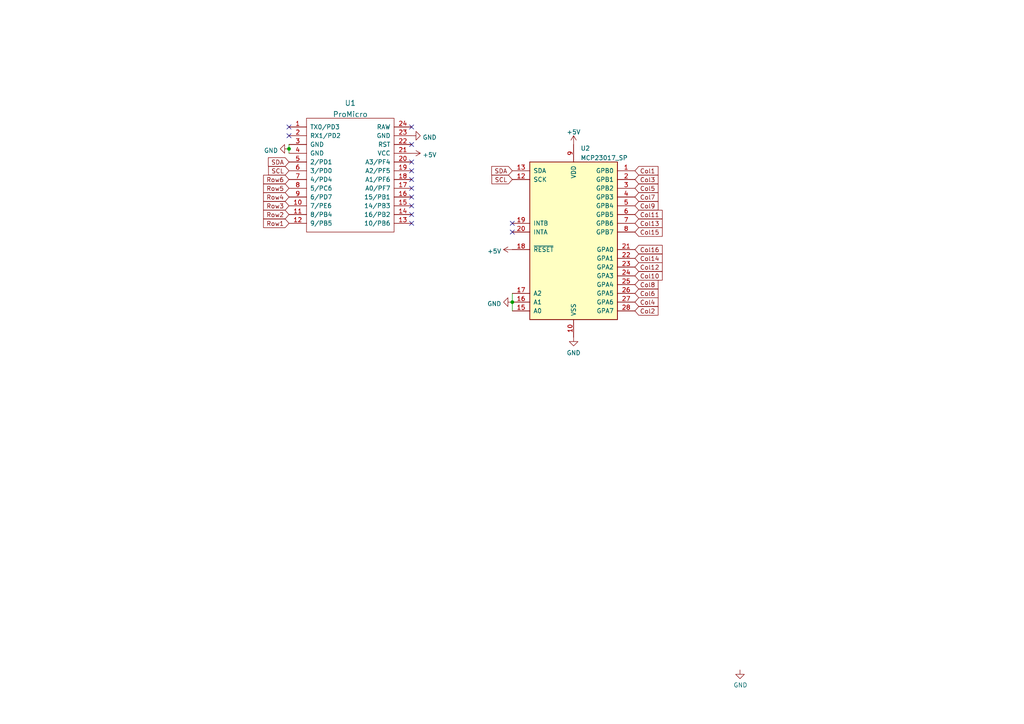
<source format=kicad_sch>
(kicad_sch (version 20211123) (generator eeschema)
  (paper "A4")
  (junction (at -189.23 104.14))
  (junction (at -189.23 134.62))
  (junction (at -128.27 127))
  (junction (at -179.07 81.28))
  (junction (at -87.63 74.93))
  (junction (at -77.47 111.76))
  (junction (at -201.93 119.38))
  (junction (at -87.63 134.62))
  (junction (at -26.67 96.52))
  (junction (at -102.87 81.28))
  (junction (at 148.59 87.63))
  (junction (at -26.67 111.76))
  (junction (at -151.13 104.14))
  (junction (at -204.47 111.76))
  (junction (at -36.83 134.62))
  (junction (at -201.93 149.86))
  (junction (at -189.23 88.9))
  (junction (at -102.87 127))
  (junction (at -90.17 81.28))
  (junction (at -100.33 88.9))
  (junction (at -138.43 119.38))
  (junction (at -52.07 127))
  (junction (at -128.27 111.76))
  (junction (at -26.67 127))
  (junction (at -74.93 119.38))
  (junction (at -189.23 149.86))
  (junction (at -87.63 88.9))
  (junction (at -138.43 134.62))
  (junction (at -163.83 74.93))
  (junction (at -74.93 104.14))
  (junction (at -87.63 104.14))
  (junction (at -39.37 81.28))
  (junction (at -113.03 88.9))
  (junction (at -90.17 127))
  (junction (at -77.47 96.52))
  (junction (at -113.03 149.86))
  (junction (at -163.83 104.14))
  (junction (at -62.23 104.14))
  (junction (at -189.23 119.38))
  (junction (at -163.83 149.86))
  (junction (at -49.53 104.14))
  (junction (at -87.63 149.86))
  (junction (at -166.37 81.28))
  (junction (at -125.73 134.62))
  (junction (at -153.67 111.76))
  (junction (at -179.07 96.52))
  (junction (at -113.03 119.38))
  (junction (at -36.83 104.14))
  (junction (at -163.83 88.9))
  (junction (at -87.63 119.38))
  (junction (at -151.13 119.38))
  (junction (at -13.97 127))
  (junction (at -90.17 111.76))
  (junction (at -74.93 88.9))
  (junction (at -49.53 134.62))
  (junction (at -153.67 81.28))
  (junction (at -39.37 96.52))
  (junction (at -74.93 74.93))
  (junction (at -128.27 81.28))
  (junction (at -201.93 104.14))
  (junction (at -113.03 104.14))
  (junction (at -201.93 134.62))
  (junction (at -125.73 119.38))
  (junction (at -36.83 88.9))
  (junction (at -49.53 119.38))
  (junction (at -151.13 74.93))
  (junction (at -13.97 96.52))
  (junction (at -39.37 111.76))
  (junction (at -176.53 104.14))
  (junction (at -100.33 104.14))
  (junction (at -49.53 88.9))
  (junction (at -191.77 81.28))
  (junction (at -191.77 96.52))
  (junction (at -64.77 81.28))
  (junction (at -36.83 74.93))
  (junction (at -201.93 88.9))
  (junction (at -179.07 111.76))
  (junction (at -77.47 127))
  (junction (at -62.23 88.9))
  (junction (at 83.82 43.18))
  (junction (at -151.13 88.9))
  (junction (at -138.43 88.9))
  (junction (at -64.77 111.76))
  (junction (at -189.23 74.93))
  (junction (at -201.93 74.93))
  (junction (at -100.33 149.86))
  (junction (at -176.53 149.86))
  (junction (at -166.37 111.76))
  (junction (at -62.23 149.86))
  (junction (at -115.57 81.28))
  (junction (at -113.03 74.93))
  (junction (at -115.57 127))
  (junction (at -140.97 81.28))
  (junction (at -191.77 127))
  (junction (at -125.73 74.93))
  (junction (at -153.67 96.52))
  (junction (at -176.53 134.62))
  (junction (at -49.53 74.93))
  (junction (at -153.67 127))
  (junction (at -204.47 96.52))
  (junction (at -102.87 96.52))
  (junction (at -52.07 111.76))
  (junction (at -176.53 119.38))
  (junction (at -90.17 96.52))
  (junction (at -62.23 119.38))
  (junction (at -140.97 96.52))
  (junction (at -125.73 149.86))
  (junction (at -166.37 96.52))
  (junction (at -113.03 134.62))
  (junction (at -138.43 104.14))
  (junction (at -100.33 134.62))
  (junction (at -115.57 111.76))
  (junction (at -52.07 96.52))
  (junction (at -138.43 74.93))
  (junction (at -128.27 96.52))
  (junction (at -52.07 81.28))
  (junction (at -191.77 111.76))
  (junction (at -13.97 111.76))
  (junction (at -64.77 127))
  (junction (at -163.83 119.38))
  (junction (at -100.33 74.93))
  (junction (at -13.97 81.28))
  (junction (at -36.83 149.86))
  (junction (at -125.73 104.14))
  (junction (at -74.93 149.86))
  (junction (at -204.47 127))
  (junction (at -64.77 96.52))
  (junction (at -176.53 74.93))
  (junction (at -62.23 74.93))
  (junction (at -62.23 134.62))
  (junction (at -140.97 127))
  (junction (at -125.73 88.9))
  (junction (at -115.57 96.52))
  (junction (at -77.47 81.28))
  (junction (at -179.07 127))
  (junction (at -151.13 149.86))
  (junction (at -100.33 119.38))
  (junction (at -36.83 119.38))
  (junction (at -204.47 81.28))
  (junction (at -102.87 111.76))
  (junction (at -49.53 149.86))
  (junction (at -138.43 149.86))
  (junction (at -140.97 111.76))
  (junction (at -39.37 127))
  (junction (at -74.93 134.62))
  (junction (at -26.67 81.28))
  (junction (at -163.83 134.62))
  (junction (at -151.13 134.62))
  (junction (at -176.53 88.9))
  (junction (at -166.37 127))
  (no_connect (at 119.38 64.77))
  (no_connect (at 119.38 62.23))
  (no_connect (at 119.38 59.69))
  (no_connect (at 119.38 57.15))
  (no_connect (at 119.38 41.91))
  (no_connect (at 119.38 54.61))
  (no_connect (at 119.38 52.07))
  (no_connect (at 119.38 49.53))
  (no_connect (at 119.38 46.99))
  (no_connect (at 119.38 36.83))
  (no_connect (at 83.82 39.37))
  (no_connect (at 83.82 36.83))
  (no_connect (at 148.59 67.31))
  (no_connect (at 148.59 64.77))
  (wire (pts (xy -36.83 104.14) (xy -24.13 104.14)))
  (wire (pts (xy -64.77 81.28) (xy -64.77 96.52)))
  (wire (pts (xy -115.57 67.31) (xy -115.57 81.28)))
  (wire (pts (xy -62.23 134.62) (xy -49.53 134.62)))
  (wire (pts (xy -201.93 134.62) (xy -189.23 134.62)))
  (wire (pts (xy -39.37 127) (xy -39.37 142.24)))
  (wire (pts (xy -100.33 104.14) (xy -87.63 104.14)))
  (wire (pts (xy -140.97 81.28) (xy -140.97 96.52)))
  (wire (pts (xy -13.97 111.76) (xy -13.97 127)))
  (wire (pts (xy 148.59 87.63) (xy 148.59 90.17)))
  (wire (pts (xy -77.47 81.28) (xy -77.47 96.52)))
  (wire (pts (xy -102.87 67.31) (xy -102.87 81.28)))
  (wire (pts (xy -191.77 67.31) (xy -191.77 81.28)))
  (wire (pts (xy -189.23 149.86) (xy -176.53 149.86)))
  (wire (pts (xy -138.43 149.86) (xy -125.73 149.86)))
  (wire (pts (xy -125.73 104.14) (xy -113.03 104.14)))
  (wire (pts (xy -64.77 111.76) (xy -64.77 127)))
  (wire (pts (xy -128.27 127) (xy -128.27 142.24)))
  (wire (pts (xy -166.37 67.31) (xy -166.37 81.28)))
  (wire (pts (xy -74.93 149.86) (xy -62.23 149.86)))
  (wire (pts (xy -166.37 111.76) (xy -166.37 127)))
  (wire (pts (xy -125.73 134.62) (xy -113.03 134.62)))
  (wire (pts (xy -62.23 119.38) (xy -74.93 119.38)))
  (wire (pts (xy -176.53 134.62) (xy -163.83 134.62)))
  (wire (pts (xy -179.07 81.28) (xy -179.07 96.52)))
  (wire (pts (xy -115.57 127) (xy -115.57 142.24)))
  (wire (pts (xy -26.67 81.28) (xy -26.67 96.52)))
  (wire (pts (xy -102.87 127) (xy -102.87 142.24)))
  (wire (pts (xy -100.33 88.9) (xy -87.63 88.9)))
  (wire (pts (xy -90.17 81.28) (xy -90.17 96.52)))
  (wire (pts (xy -62.23 104.14) (xy -49.53 104.14)))
  (wire (pts (xy -138.43 88.9) (xy -125.73 88.9)))
  (wire (pts (xy -13.97 67.31) (xy -13.97 81.28)))
  (wire (pts (xy -100.33 74.93) (xy -87.63 74.93)))
  (wire (pts (xy -113.03 119.38) (xy -125.73 119.38)))
  (wire (pts (xy -214.63 74.93) (xy -201.93 74.93)))
  (wire (pts (xy -52.07 127) (xy -52.07 142.24)))
  (wire (pts (xy -87.63 88.9) (xy -74.93 88.9)))
  (wire (pts (xy -49.53 88.9) (xy -36.83 88.9)))
  (wire (pts (xy -102.87 81.28) (xy -102.87 96.52)))
  (wire (pts (xy -90.17 127) (xy -90.17 142.24)))
  (wire (pts (xy -140.97 127) (xy -140.97 142.24)))
  (wire (pts (xy -138.43 74.93) (xy -125.73 74.93)))
  (wire (pts (xy -113.03 104.14) (xy -100.33 104.14)))
  (wire (pts (xy -52.07 96.52) (xy -52.07 111.76)))
  (wire (pts (xy -189.23 104.14) (xy -176.53 104.14)))
  (wire (pts (xy -140.97 67.31) (xy -140.97 81.28)))
  (wire (pts (xy -49.53 119.38) (xy -62.23 119.38)))
  (wire (pts (xy -128.27 96.52) (xy -128.27 111.76)))
  (wire (pts (xy -52.07 81.28) (xy -52.07 96.52)))
  (wire (pts (xy -153.67 111.76) (xy -153.67 127)))
  (wire (pts (xy -153.67 127) (xy -153.67 142.24)))
  (wire (pts (xy -39.37 111.76) (xy -39.37 127)))
  (wire (pts (xy -151.13 88.9) (xy -138.43 88.9)))
  (wire (pts (xy -39.37 81.28) (xy -39.37 96.52)))
  (wire (pts (xy -49.53 74.93) (xy -36.83 74.93)))
  (wire (pts (xy -153.67 67.31) (xy -153.67 81.28)))
  (wire (pts (xy -62.23 88.9) (xy -49.53 88.9)))
  (wire (pts (xy -179.07 67.31) (xy -179.07 81.28)))
  (wire (pts (xy -113.03 74.93) (xy -100.33 74.93)))
  (wire (pts (xy -64.77 67.31) (xy -64.77 81.28)))
  (wire (pts (xy -26.67 111.76) (xy -26.67 127)))
  (wire (pts (xy -128.27 67.31) (xy -128.27 81.28)))
  (wire (pts (xy -176.53 149.86) (xy -163.83 149.86)))
  (wire (pts (xy -113.03 149.86) (xy -100.33 149.86)))
  (wire (pts (xy -77.47 67.31) (xy -77.47 81.28)))
  (wire (pts (xy -90.17 111.76) (xy -90.17 127)))
  (wire (pts (xy -100.33 119.38) (xy -113.03 119.38)))
  (wire (pts (xy -204.47 81.28) (xy -204.47 96.52)))
  (wire (pts (xy -26.67 67.31) (xy -26.67 81.28)))
  (wire (pts (xy -125.73 74.93) (xy -113.03 74.93)))
  (wire (pts (xy -115.57 111.76) (xy -115.57 127)))
  (wire (pts (xy -138.43 119.38) (xy -151.13 119.38)))
  (wire (pts (xy 148.59 85.09) (xy 148.59 87.63)))
  (wire (pts (xy -214.63 149.86) (xy -201.93 149.86)))
  (wire (pts (xy -90.17 67.31) (xy -90.17 81.28)))
  (wire (pts (xy -138.43 104.14) (xy -125.73 104.14)))
  (wire (pts (xy -176.53 104.14) (xy -163.83 104.14)))
  (wire (pts (xy -13.97 81.28) (xy -13.97 96.52)))
  (wire (pts (xy -77.47 96.52) (xy -77.47 111.76)))
  (wire (pts (xy -87.63 104.14) (xy -74.93 104.14)))
  (wire (pts (xy -113.03 134.62) (xy -100.33 134.62)))
  (wire (pts (xy -166.37 96.52) (xy -166.37 111.76)))
  (wire (pts (xy -102.87 111.76) (xy -102.87 127)))
  (wire (pts (xy -163.83 119.38) (xy -176.53 119.38)))
  (wire (pts (xy -204.47 96.52) (xy -204.47 111.76)))
  (wire (pts (xy -201.93 88.9) (xy -189.23 88.9)))
  (wire (pts (xy -204.47 127) (xy -204.47 142.24)))
  (wire (pts (xy -176.53 88.9) (xy -163.83 88.9)))
  (wire (pts (xy -77.47 127) (xy -77.47 142.24)))
  (wire (pts (xy 83.82 43.18) (xy 83.82 44.45)))
  (wire (pts (xy -191.77 127) (xy -191.77 142.24)))
  (wire (pts (xy -77.47 111.76) (xy -77.47 127)))
  (wire (pts (xy -13.97 127) (xy -13.97 142.24)))
  (wire (pts (xy -163.83 74.93) (xy -151.13 74.93)))
  (wire (pts (xy -189.23 134.62) (xy -176.53 134.62)))
  (wire (pts (xy -115.57 81.28) (xy -115.57 96.52)))
  (wire (pts (xy -26.67 96.52) (xy -26.67 111.76)))
  (wire (pts (xy -201.93 104.14) (xy -189.23 104.14)))
  (wire (pts (xy -113.03 88.9) (xy -100.33 88.9)))
  (wire (pts (xy -64.77 96.52) (xy -64.77 111.76)))
  (wire (pts (xy -153.67 96.52) (xy -153.67 111.76)))
  (wire (pts (xy -52.07 111.76) (xy -52.07 127)))
  (wire (pts (xy -64.77 127) (xy -64.77 142.24)))
  (wire (pts (xy -36.83 119.38) (xy -49.53 119.38)))
  (wire (pts (xy -189.23 74.93) (xy -176.53 74.93)))
  (wire (pts (xy -128.27 111.76) (xy -128.27 127)))
  (wire (pts (xy -151.13 134.62) (xy -138.43 134.62)))
  (wire (pts (xy -214.63 104.14) (xy -201.93 104.14)))
  (wire (pts (xy -189.23 88.9) (xy -176.53 88.9)))
  (wire (pts (xy -90.17 96.52) (xy -90.17 111.76)))
  (wire (pts (xy -39.37 96.52) (xy -39.37 111.76)))
  (wire (pts (xy -179.07 96.52) (xy -179.07 111.76)))
  (wire (pts (xy -62.23 149.86) (xy -49.53 149.86)))
  (wire (pts (xy -39.37 67.31) (xy -39.37 81.28)))
  (wire (pts (xy -36.83 134.62) (xy -24.13 134.62)))
  (wire (pts (xy -115.57 96.52) (xy -115.57 111.76)))
  (wire (pts (xy -189.23 119.38) (xy -201.93 119.38)))
  (wire (pts (xy -201.93 74.93) (xy -189.23 74.93)))
  (wire (pts (xy -26.67 127) (xy -26.67 142.24)))
  (wire (pts (xy -191.77 111.76) (xy -191.77 127)))
  (wire (pts (xy -214.63 134.62) (xy -201.93 134.62)))
  (wire (pts (xy -87.63 119.38) (xy -100.33 119.38)))
  (wire (pts (xy -214.63 88.9) (xy -201.93 88.9)))
  (wire (pts (xy -49.53 134.62) (xy -36.83 134.62)))
  (wire (pts (xy 83.82 41.91) (xy 83.82 43.18)))
  (wire (pts (xy -204.47 67.31) (xy -204.47 81.28)))
  (wire (pts (xy -179.07 111.76) (xy -179.07 127)))
  (wire (pts (xy -176.53 119.38) (xy -189.23 119.38)))
  (wire (pts (xy -166.37 81.28) (xy -166.37 96.52)))
  (wire (pts (xy -13.97 96.52) (xy -13.97 111.76)))
  (wire (pts (xy -74.93 119.38) (xy -87.63 119.38)))
  (wire (pts (xy -125.73 149.86) (xy -113.03 149.86)))
  (wire (pts (xy -87.63 74.93) (xy -74.93 74.93)))
  (wire (pts (xy -87.63 134.62) (xy -74.93 134.62)))
  (wire (pts (xy -151.13 74.93) (xy -138.43 74.93)))
  (wire (pts (xy -100.33 149.86) (xy -87.63 149.86)))
  (wire (pts (xy -87.63 149.86) (xy -74.93 149.86)))
  (wire (pts (xy -128.27 81.28) (xy -128.27 96.52)))
  (wire (pts (xy -52.07 67.31) (xy -52.07 81.28)))
  (wire (pts (xy -74.93 134.62) (xy -62.23 134.62)))
  (wire (pts (xy -163.83 104.14) (xy -151.13 104.14)))
  (wire (pts (xy -62.23 74.93) (xy -49.53 74.93)))
  (wire (pts (xy -36.83 88.9) (xy -24.13 88.9)))
  (wire (pts (xy -151.13 119.38) (xy -163.83 119.38)))
  (wire (pts (xy -100.33 134.62) (xy -87.63 134.62)))
  (wire (pts (xy -125.73 119.38) (xy -138.43 119.38)))
  (wire (pts (xy -166.37 127) (xy -166.37 142.24)))
  (wire (pts (xy -140.97 111.76) (xy -140.97 127)))
  (wire (pts (xy -151.13 104.14) (xy -138.43 104.14)))
  (wire (pts (xy -24.13 119.38) (xy -36.83 119.38)))
  (wire (pts (xy -176.53 74.93) (xy -163.83 74.93)))
  (wire (pts (xy -125.73 88.9) (xy -113.03 88.9)))
  (wire (pts (xy -36.83 149.86) (xy -24.13 149.86)))
  (wire (pts (xy -204.47 111.76) (xy -204.47 127)))
  (wire (pts (xy -49.53 149.86) (xy -36.83 149.86)))
  (wire (pts (xy -163.83 134.62) (xy -151.13 134.62)))
  (wire (pts (xy -191.77 96.52) (xy -191.77 111.76)))
  (wire (pts (xy -74.93 74.93) (xy -62.23 74.93)))
  (wire (pts (xy -201.93 119.38) (xy -214.63 119.38)))
  (wire (pts (xy -191.77 81.28) (xy -191.77 96.52)))
  (wire (pts (xy -153.67 81.28) (xy -153.67 96.52)))
  (wire (pts (xy -163.83 149.86) (xy -151.13 149.86)))
  (wire (pts (xy -163.83 88.9) (xy -151.13 88.9)))
  (wire (pts (xy -140.97 96.52) (xy -140.97 111.76)))
  (wire (pts (xy -74.93 104.14) (xy -62.23 104.14)))
  (wire (pts (xy -138.43 134.62) (xy -125.73 134.62)))
  (wire (pts (xy -201.93 149.86) (xy -189.23 149.86)))
  (wire (pts (xy -179.07 127) (xy -179.07 142.24)))
  (wire (pts (xy -102.87 96.52) (xy -102.87 111.76)))
  (wire (pts (xy -151.13 149.86) (xy -138.43 149.86)))
  (wire (pts (xy -36.83 74.93) (xy -24.13 74.93)))
  (wire (pts (xy -49.53 104.14) (xy -36.83 104.14)))
  (wire (pts (xy -74.93 88.9) (xy -62.23 88.9)))
  (global_label "Col4" (shape input) (at -166.37 67.31 90) (property "Intersheet References" "${INTERSHEET_REFS}" (effects hide)))
  (global_label "Col13" (shape input) (at 184.15 64.77 0) (property "Intersheet References" "${INTERSHEET_REFS}" (effects hide)))
  (global_label "Col2" (shape input) (at -191.77 67.31 90) (property "Intersheet References" "${INTERSHEET_REFS}" (effects hide)))
  (global_label "Row5" (shape input) (at -214.63 134.62 180) (property "Intersheet References" "${INTERSHEET_REFS}" (effects hide)))
  (global_label "Col7" (shape input) (at 184.15 57.15 0) (property "Intersheet References" "${INTERSHEET_REFS}" (effects hide)))
  (global_label "Col5" (shape input) (at 184.15 54.61 0) (property "Intersheet References" "${INTERSHEET_REFS}" (effects hide)))
  (global_label "Row2" (shape input) (at 83.82 62.23 180) (property "Intersheet References" "${INTERSHEET_REFS}" (effects hide)))
  (global_label "Col15" (shape input) (at 184.15 67.31 0) (property "Intersheet References" "${INTERSHEET_REFS}" (effects hide)))
  (global_label "Col8" (shape input) (at -115.57 67.31 90) (property "Intersheet References" "${INTERSHEET_REFS}" (effects hide)))
  (global_label "SCL" (shape input) (at 148.59 52.07 180) (property "Intersheet References" "${INTERSHEET_REFS}" (effects hide)))
  (global_label "Col11" (shape input) (at 184.15 62.23 0) (property "Intersheet References" "${INTERSHEET_REFS}" (effects hide)))
  (global_label "Row2" (shape input) (at -214.63 88.9 180) (property "Intersheet References" "${INTERSHEET_REFS}" (effects hide)))
  (global_label "Col11" (shape input) (at -77.47 67.31 90) (property "Intersheet References" "${INTERSHEET_REFS}" (effects hide)))
  (global_label "Col16" (shape input) (at 184.15 72.39 0) (property "Intersheet References" "${INTERSHEET_REFS}" (effects hide)))
  (global_label "Col15" (shape input) (at -26.67 67.31 90) (property "Intersheet References" "${INTERSHEET_REFS}" (effects hide)))
  (global_label "Col5" (shape input) (at -153.67 67.31 90) (property "Intersheet References" "${INTERSHEET_REFS}" (effects hide)))
  (global_label "Col1" (shape input) (at 184.15 49.53 0) (property "Intersheet References" "${INTERSHEET_REFS}" (effects hide)))
  (global_label "Row1" (shape input) (at -214.63 74.93 180) (property "Intersheet References" "${INTERSHEET_REFS}" (effects hide)))
  (global_label "Col9" (shape input) (at 184.15 59.69 0) (property "Intersheet References" "${INTERSHEET_REFS}" (effects hide)))
  (global_label "Col1" (shape input) (at -204.47 67.31 90) (property "Intersheet References" "${INTERSHEET_REFS}" (effects hide)))
  (global_label "Col12" (shape input) (at 184.15 77.47 0) (property "Intersheet References" "${INTERSHEET_REFS}" (effects hide)))
  (global_label "Row6" (shape input) (at 83.82 52.07 180) (property "Intersheet References" "${INTERSHEET_REFS}" (effects hide)))
  (global_label "Row5" (shape input) (at 83.82 54.61 180) (property "Intersheet References" "${INTERSHEET_REFS}" (effects hide)))
  (global_label "SDA" (shape input) (at 83.82 46.99 180) (property "Intersheet References" "${INTERSHEET_REFS}" (effects hide)))
  (global_label "SCL" (shape input) (at 83.82 49.53 180) (property "Intersheet References" "${INTERSHEET_REFS}" (effects hide)))
  (global_label "Col14" (shape input) (at 184.15 74.93 0) (property "Intersheet References" "${INTERSHEET_REFS}" (effects hide)))
  (global_label "Col8" (shape input) (at 184.15 82.55 0) (property "Intersheet References" "${INTERSHEET_REFS}" (effects hide)))
  (global_label "Col3" (shape input) (at 184.15 52.07 0) (property "Intersheet References" "${INTERSHEET_REFS}" (effects hide)))
  (global_label "Col10" (shape input) (at 184.15 80.01 0) (property "Intersheet References" "${INTERSHEET_REFS}" (effects hide)))
  (global_label "Col14" (shape input) (at -39.37 67.31 90) (property "Intersheet References" "${INTERSHEET_REFS}" (effects hide)))
  (global_label "Col7" (shape input) (at -128.27 67.31 90) (property "Intersheet References" "${INTERSHEET_REFS}" (effects hide)))
  (global_label "Row6" (shape input) (at -214.63 149.86 180) (property "Intersheet References" "${INTERSHEET_REFS}" (effects hide)))
  (global_label "Col3" (shape input) (at -179.07 67.31 90) (property "Intersheet References" "${INTERSHEET_REFS}" (effects hide)))
  (global_label "Col4" (shape input) (at 184.15 87.63 0) (property "Intersheet References" "${INTERSHEET_REFS}" (effects hide)))
  (global_label "Col12" (shape input) (at -64.77 67.31 90) (property "Intersheet References" "${INTERSHEET_REFS}" (effects hide)))
  (global_label "Col6" (shape input) (at -140.97 67.31 90) (property "Intersheet References" "${INTERSHEET_REFS}" (effects hide)))
  (global_label "Col16" (shape input) (at -13.97 67.31 90) (property "Intersheet References" "${INTERSHEET_REFS}" (effects hide)))
  (global_label "Row4" (shape input) (at -214.63 119.38 180) (property "Intersheet References" "${INTERSHEET_REFS}" (effects hide)))
  (global_label "Col10" (shape input) (at -90.17 67.31 90) (property "Intersheet References" "${INTERSHEET_REFS}" (effects hide)))
  (global_label "Col6" (shape input) (at 184.15 85.09 0) (property "Intersheet References" "${INTERSHEET_REFS}" (effects hide)))
  (global_label "Col2" (shape input) (at 184.15 90.17 0) (property "Intersheet References" "${INTERSHEET_REFS}" (effects hide)))
  (global_label "Row4" (shape input) (at 83.82 57.15 180) (property "Intersheet References" "${INTERSHEET_REFS}" (effects hide)))
  (global_label "SDA" (shape input) (at 148.59 49.53 180) (property "Intersheet References" "${INTERSHEET_REFS}" (effects hide)))
  (global_label "Row1" (shape input) (at 83.82 64.77 180) (property "Intersheet References" "${INTERSHEET_REFS}" (effects hide)))
  (global_label "Row3" (shape input) (at -214.63 104.14 180) (property "Intersheet References" "${INTERSHEET_REFS}" (effects hide)))
  (global_label "Col13" (shape input) (at -52.07 67.31 90) (property "Intersheet References" "${INTERSHEET_REFS}" (effects hide)))
  (global_label "Row3" (shape input) (at 83.82 59.69 180) (property "Intersheet References" "${INTERSHEET_REFS}" (effects hide)))
  (global_label "Col9" (shape input) (at -102.87 67.31 90) (property "Intersheet References" "${INTERSHEET_REFS}" (effects hide)))
  (symbol (lib_id "Device:D") (at -201.93 71.12 90) (unit 1)
    (property "Reference" "D7" (at -199.898 71.12 90) (effects (justify right)))
    (property "Value" "D" (effects hide))
    (property "Footprint" "Diode_THT:D_DO-34_SOD68_P7.62mm_Horizontal" (effects hide))
  )
  (symbol (lib_id "Switch:SW_Push") (at -196.85 81.28 0) (unit 1)
    (property "Reference" "SW8" (at -196.85 76.3778 0))
    (property "Value" "SW_Push" (effects hide))
    (property "Footprint" "Button_Switch_Keyboard:SW_Cherry_MX_1.00u_PCB" (effects hide))
  )
  (symbol (lib_id "Device:D") (at -201.93 85.09 90) (unit 1)
    (property "Reference" "D8" (at -199.898 85.09 90) (effects (justify right)))
    (property "Value" "D" (effects hide))
    (property "Footprint" "Diode_THT:D_DO-34_SOD68_P7.62mm_Horizontal" (effects hide))
  )
  (symbol (lib_id "Switch:SW_Push") (at -196.85 96.52 0) (unit 1)
    (property "Reference" "SW9" (at -196.85 91.6178 0))
    (property "Value" "SW_Push" (effects hide))
    (property "Footprint" "Button_Switch_Keyboard:SW_Cherry_MX_1.00u_PCB" (effects hide))
  )
  (symbol (lib_id "Device:D") (at -201.93 100.33 90) (unit 1)
    (property "Reference" "D9" (at -199.898 100.33 90) (effects (justify right)))
    (property "Value" "D" (effects hide))
    (property "Footprint" "Diode_THT:D_DO-34_SOD68_P7.62mm_Horizontal" (effects hide))
  )
  (symbol (lib_id "Switch:SW_Push") (at -196.85 111.76 0) (unit 1)
    (property "Reference" "SW10" (at -196.85 106.8578 0))
    (property "Value" "SW_Push" (effects hide))
    (property "Footprint" "Button_Switch_Keyboard:SW_Cherry_MX_1.00u_PCB" (effects hide))
  )
  (symbol (lib_id "Device:D") (at -201.93 115.57 90) (unit 1)
    (property "Reference" "D10" (at -199.898 115.57 90) (effects (justify right)))
    (property "Value" "D" (effects hide))
    (property "Footprint" "Diode_THT:D_DO-34_SOD68_P7.62mm_Horizontal" (effects hide))
  )
  (symbol (lib_id "Switch:SW_Push") (at -196.85 127 0) (unit 1)
    (property "Reference" "SW11" (at -196.85 122.0978 0))
    (property "Value" "SW_Push" (effects hide))
    (property "Footprint" "Button_Switch_Keyboard:SW_Cherry_MX_1.00u_PCB" (effects hide))
  )
  (symbol (lib_id "Device:D") (at -201.93 130.81 90) (unit 1)
    (property "Reference" "D11" (at -199.898 130.81 90) (effects (justify right)))
    (property "Value" "D" (effects hide))
    (property "Footprint" "Diode_THT:D_DO-34_SOD68_P7.62mm_Horizontal" (effects hide))
  )
  (symbol (lib_id "Switch:SW_Push") (at -196.85 142.24 0) (unit 1)
    (property "Reference" "SW12" (at -196.85 137.3378 0))
    (property "Value" "SW_Push" (effects hide))
    (property "Footprint" "Button_Switch_Keyboard:SW_Cherry_MX_1.00u_PCB" (effects hide))
  )
  (symbol (lib_id "Device:D") (at -201.93 146.05 90) (unit 1)
    (property "Reference" "D12" (at -199.898 146.05 90) (effects (justify right)))
    (property "Value" "D" (effects hide))
    (property "Footprint" "Diode_THT:D_DO-34_SOD68_P7.62mm_Horizontal" (effects hide))
  )
  (symbol (lib_id "Switch:SW_Push") (at -196.85 67.31 0) (unit 1)
    (property "Reference" "SW7" (at -196.85 62.4078 0))
    (property "Value" "SW_Push" (effects hide))
    (property "Footprint" "Button_Switch_Keyboard:SW_Cherry_MX_1.00u_PCB" (effects hide))
  )
  (symbol (lib_id "Device:D") (at -189.23 71.12 90) (unit 1)
    (property "Reference" "D13" (at -187.198 71.12 90) (effects (justify right)))
    (property "Value" "D" (effects hide))
    (property "Footprint" "Diode_THT:D_DO-34_SOD68_P7.62mm_Horizontal" (effects hide))
  )
  (symbol (lib_id "Switch:SW_Push") (at -184.15 81.28 0) (unit 1)
    (property "Reference" "SW14" (at -184.15 76.3778 0))
    (property "Value" "SW_Push" (effects hide))
    (property "Footprint" "Button_Switch_Keyboard:SW_Cherry_MX_1.00u_PCB" (effects hide))
  )
  (symbol (lib_id "Device:D") (at -189.23 85.09 90) (unit 1)
    (property "Reference" "D14" (at -187.198 85.09 90) (effects (justify right)))
    (property "Value" "D" (effects hide))
    (property "Footprint" "Diode_THT:D_DO-34_SOD68_P7.62mm_Horizontal" (effects hide))
  )
  (symbol (lib_id "Switch:SW_Push") (at -184.15 96.52 0) (unit 1)
    (property "Reference" "SW15" (at -184.15 91.6178 0))
    (property "Value" "SW_Push" (effects hide))
    (property "Footprint" "Button_Switch_Keyboard:SW_Cherry_MX_1.00u_PCB" (effects hide))
  )
  (symbol (lib_id "Device:D") (at -189.23 100.33 90) (unit 1)
    (property "Reference" "D15" (at -187.198 100.33 90) (effects (justify right)))
    (property "Value" "D" (effects hide))
    (property "Footprint" "Diode_THT:D_DO-34_SOD68_P7.62mm_Horizontal" (effects hide))
  )
  (symbol (lib_id "Switch:SW_Push") (at -184.15 111.76 0) (unit 1)
    (property "Reference" "SW16" (at -184.15 106.8578 0))
    (property "Value" "SW_Push" (effects hide))
    (property "Footprint" "Button_Switch_Keyboard:SW_Cherry_MX_1.00u_PCB" (effects hide))
  )
  (symbol (lib_id "Device:D") (at -189.23 115.57 90) (unit 1)
    (property "Reference" "D16" (at -187.198 115.57 90) (effects (justify right)))
    (property "Value" "D" (effects hide))
    (property "Footprint" "Diode_THT:D_DO-34_SOD68_P7.62mm_Horizontal" (effects hide))
  )
  (symbol (lib_id "Switch:SW_Push") (at -184.15 127 0) (unit 1)
    (property "Reference" "SW17" (at -184.15 122.0978 0))
    (property "Value" "SW_Push" (effects hide))
    (property "Footprint" "Button_Switch_Keyboard:SW_Cherry_MX_1.00u_PCB" (effects hide))
  )
  (symbol (lib_id "Device:D") (at -189.23 130.81 90) (unit 1)
    (property "Reference" "D17" (at -187.198 130.81 90) (effects (justify right)))
    (property "Value" "D" (effects hide))
    (property "Footprint" "Diode_THT:D_DO-34_SOD68_P7.62mm_Horizontal" (effects hide))
  )
  (symbol (lib_id "Switch:SW_Push") (at -184.15 142.24 0) (unit 1)
    (property "Reference" "SW18" (at -184.15 137.3378 0))
    (property "Value" "SW_Push" (effects hide))
    (property "Footprint" "Button_Switch_Keyboard:SW_Cherry_MX_1.00u_PCB" (effects hide))
  )
  (symbol (lib_id "Device:D") (at -189.23 146.05 90) (unit 1)
    (property "Reference" "D18" (at -187.198 146.05 90) (effects (justify right)))
    (property "Value" "D" (effects hide))
    (property "Footprint" "Diode_THT:D_DO-34_SOD68_P7.62mm_Horizontal" (effects hide))
  )
  (symbol (lib_id "Switch:SW_Push") (at -184.15 67.31 0) (unit 1)
    (property "Reference" "SW13" (at -184.15 62.4078 0))
    (property "Value" "SW_Push" (effects hide))
    (property "Footprint" "Button_Switch_Keyboard:SW_Cherry_MX_1.00u_PCB" (effects hide))
  )
  (symbol (lib_id "Device:D") (at -176.53 71.12 90) (unit 1)
    (property "Reference" "D19" (at -174.498 71.12 90) (effects (justify right)))
    (property "Value" "D" (effects hide))
    (property "Footprint" "Diode_THT:D_DO-34_SOD68_P7.62mm_Horizontal" (effects hide))
  )
  (symbol (lib_id "Switch:SW_Push") (at -171.45 81.28 0) (unit 1)
    (property "Reference" "SW20" (at -171.45 76.3778 0))
    (property "Value" "SW_Push" (effects hide))
    (property "Footprint" "Button_Switch_Keyboard:SW_Cherry_MX_1.00u_PCB" (effects hide))
  )
  (symbol (lib_id "Device:D") (at -176.53 85.09 90) (unit 1)
    (property "Reference" "D20" (at -174.498 85.09 90) (effects (justify right)))
    (property "Value" "D" (effects hide))
    (property "Footprint" "Diode_THT:D_DO-34_SOD68_P7.62mm_Horizontal" (effects hide))
  )
  (symbol (lib_id "Switch:SW_Push") (at -171.45 96.52 0) (unit 1)
    (property "Reference" "SW21" (at -171.45 91.6178 0))
    (property "Value" "SW_Push" (effects hide))
    (property "Footprint" "Button_Switch_Keyboard:SW_Cherry_MX_1.00u_PCB" (effects hide))
  )
  (symbol (lib_id "Device:D") (at -176.53 100.33 90) (unit 1)
    (property "Reference" "D21" (at -174.498 100.33 90) (effects (justify right)))
    (property "Value" "D" (effects hide))
    (property "Footprint" "Diode_THT:D_DO-34_SOD68_P7.62mm_Horizontal" (effects hide))
  )
  (symbol (lib_id "Switch:SW_Push") (at -171.45 111.76 0) (unit 1)
    (property "Reference" "SW22" (at -171.45 106.8578 0))
    (property "Value" "SW_Push" (effects hide))
    (property "Footprint" "Button_Switch_Keyboard:SW_Cherry_MX_1.00u_PCB" (effects hide))
  )
  (symbol (lib_id "Device:D") (at -176.53 115.57 90) (unit 1)
    (property "Reference" "D22" (at -174.498 115.57 90) (effects (justify right)))
    (property "Value" "D" (effects hide))
    (property "Footprint" "Diode_THT:D_DO-34_SOD68_P7.62mm_Horizontal" (effects hide))
  )
  (symbol (lib_id "Switch:SW_Push") (at -171.45 127 0) (unit 1)
    (property "Reference" "SW23" (at -171.45 122.0978 0))
    (property "Value" "SW_Push" (effects hide))
    (property "Footprint" "Button_Switch_Keyboard:SW_Cherry_MX_1.00u_PCB" (effects hide))
  )
  (symbol (lib_id "Device:D") (at -176.53 130.81 90) (unit 1)
    (property "Reference" "D23" (at -174.498 130.81 90) (effects (justify right)))
    (property "Value" "D" (effects hide))
    (property "Footprint" "Diode_THT:D_DO-34_SOD68_P7.62mm_Horizontal" (effects hide))
  )
  (symbol (lib_id "Switch:SW_Push") (at -171.45 142.24 0) (unit 1)
    (property "Reference" "SW24" (at -171.45 137.3378 0))
    (property "Value" "SW_Push" (effects hide))
    (property "Footprint" "Button_Switch_Keyboard:SW_Cherry_MX_1.00u_PCB" (effects hide))
  )
  (symbol (lib_id "Device:D") (at -176.53 146.05 90) (unit 1)
    (property "Reference" "D24" (at -174.498 146.05 90) (effects (justify right)))
    (property "Value" "D" (effects hide))
    (property "Footprint" "Diode_THT:D_DO-34_SOD68_P7.62mm_Horizontal" (effects hide))
  )
  (symbol (lib_id "Switch:SW_Push") (at -171.45 67.31 0) (unit 1)
    (property "Reference" "SW19" (at -171.45 62.4078 0))
    (property "Value" "SW_Push" (effects hide))
    (property "Footprint" "Button_Switch_Keyboard:SW_Cherry_MX_1.00u_PCB" (effects hide))
  )
  (symbol (lib_id "Device:D") (at -163.83 71.12 90) (unit 1)
    (property "Reference" "D25" (at -161.798 71.12 90) (effects (justify right)))
    (property "Value" "D" (effects hide))
    (property "Footprint" "Diode_THT:D_DO-34_SOD68_P7.62mm_Horizontal" (effects hide))
  )
  (symbol (lib_id "Switch:SW_Push") (at -158.75 81.28 0) (unit 1)
    (property "Reference" "SW26" (at -158.75 76.3778 0))
    (property "Value" "SW_Push" (effects hide))
    (property "Footprint" "Button_Switch_Keyboard:SW_Cherry_MX_1.00u_PCB" (effects hide))
  )
  (symbol (lib_id "Device:D") (at -163.83 85.09 90) (unit 1)
    (property "Reference" "D26" (at -161.798 85.09 90) (effects (justify right)))
    (property "Value" "D" (effects hide))
    (property "Footprint" "Diode_THT:D_DO-34_SOD68_P7.62mm_Horizontal" (effects hide))
  )
  (symbol (lib_id "Switch:SW_Push") (at -158.75 96.52 0) (unit 1)
    (property "Reference" "SW27" (at -158.75 91.6178 0))
    (property "Value" "SW_Push" (effects hide))
    (property "Footprint" "Button_Switch_Keyboard:SW_Cherry_MX_1.00u_PCB" (effects hide))
  )
  (symbol (lib_id "Device:D") (at -163.83 100.33 90) (unit 1)
    (property "Reference" "D27" (at -161.798 100.33 90) (effects (justify right)))
    (property "Value" "D" (effects hide))
    (property "Footprint" "Diode_THT:D_DO-34_SOD68_P7.62mm_Horizontal" (effects hide))
  )
  (symbol (lib_id "Switch:SW_Push") (at -158.75 111.76 0) (unit 1)
    (property "Reference" "SW28" (at -158.75 106.8578 0))
    (property "Value" "SW_Push" (effects hide))
    (property "Footprint" "Button_Switch_Keyboard:SW_Cherry_MX_1.00u_PCB" (effects hide))
  )
  (symbol (lib_id "Device:D") (at -163.83 115.57 90) (unit 1)
    (property "Reference" "D28" (at -161.798 115.57 90) (effects (justify right)))
    (property "Value" "D" (effects hide))
    (property "Footprint" "Diode_THT:D_DO-34_SOD68_P7.62mm_Horizontal" (effects hide))
  )
  (symbol (lib_id "Switch:SW_Push") (at -158.75 127 0) (unit 1)
    (property "Reference" "SW29" (at -158.75 122.0978 0))
    (property "Value" "SW_Push" (effects hide))
    (property "Footprint" "Button_Switch_Keyboard:SW_Cherry_MX_1.00u_PCB" (effects hide))
  )
  (symbol (lib_id "Device:D") (at -163.83 130.81 90) (unit 1)
    (property "Reference" "D29" (at -161.798 130.81 90) (effects (justify right)))
    (property "Value" "D" (effects hide))
    (property "Footprint" "Diode_THT:D_DO-34_SOD68_P7.62mm_Horizontal" (effects hide))
  )
  (symbol (lib_id "Switch:SW_Push") (at -158.75 142.24 0) (unit 1)
    (property "Reference" "SW30" (at -158.75 137.3378 0))
    (property "Value" "SW_Push" (effects hide))
    (property "Footprint" "Button_Switch_Keyboard:SW_Cherry_MX_1.00u_PCB" (effects hide))
  )
  (symbol (lib_id "Device:D") (at -163.83 146.05 90) (unit 1)
    (property "Reference" "D30" (at -161.798 146.05 90) (effects (justify right)))
    (property "Value" "D" (effects hide))
    (property "Footprint" "Diode_THT:D_DO-34_SOD68_P7.62mm_Horizontal" (effects hide))
  )
  (symbol (lib_id "Switch:SW_Push") (at -158.75 67.31 0) (unit 1)
    (property "Reference" "SW25" (at -158.75 62.4078 0))
    (property "Value" "SW_Push" (effects hide))
    (property "Footprint" "Button_Switch_Keyboard:SW_Cherry_MX_1.00u_PCB" (effects hide))
  )
  (symbol (lib_id "Device:D") (at -151.13 71.12 90) (unit 1)
    (property "Reference" "D31" (at -149.098 71.12 90) (effects (justify right)))
    (property "Value" "D" (effects hide))
    (property "Footprint" "Diode_THT:D_DO-34_SOD68_P7.62mm_Horizontal" (effects hide))
  )
  (symbol (lib_id "Switch:SW_Push") (at -146.05 81.28 0) (unit 1)
    (property "Reference" "SW32" (at -146.05 76.3778 0))
    (property "Value" "SW_Push" (effects hide))
    (property "Footprint" "Button_Switch_Keyboard:SW_Cherry_MX_1.00u_PCB" (effects hide))
  )
  (symbol (lib_id "Device:D") (at -151.13 85.09 90) (unit 1)
    (property "Reference" "D32" (at -149.098 85.09 90) (effects (justify right)))
    (property "Value" "D" (effects hide))
    (property "Footprint" "Diode_THT:D_DO-34_SOD68_P7.62mm_Horizontal" (effects hide))
  )
  (symbol (lib_id "Switch:SW_Push") (at -146.05 96.52 0) (unit 1)
    (property "Reference" "SW33" (at -146.05 91.6178 0))
    (property "Value" "SW_Push" (effects hide))
    (property "Footprint" "Button_Switch_Keyboard:SW_Cherry_MX_1.00u_PCB" (effects hide))
  )
  (symbol (lib_id "Device:D") (at -151.13 100.33 90) (unit 1)
    (property "Reference" "D33" (at -149.098 100.33 90) (effects (justify right)))
    (property "Value" "D" (effects hide))
    (property "Footprint" "Diode_THT:D_DO-34_SOD68_P7.62mm_Horizontal" (effects hide))
  )
  (symbol (lib_id "Switch:SW_Push") (at -146.05 111.76 0) (unit 1)
    (property "Reference" "SW34" (at -146.05 106.8578 0))
    (property "Value" "SW_Push" (effects hide))
    (property "Footprint" "Button_Switch_Keyboard:SW_Cherry_MX_1.00u_PCB" (effects hide))
  )
  (symbol (lib_id "Device:D") (at -151.13 115.57 90) (unit 1)
    (property "Reference" "D34" (at -149.098 115.57 90) (effects (justify right)))
    (property "Value" "D" (effects hide))
    (property "Footprint" "Diode_THT:D_DO-34_SOD68_P7.62mm_Horizontal" (effects hide))
  )
  (symbol (lib_id "Switch:SW_Push") (at -146.05 127 0) (unit 1)
    (property "Reference" "SW35" (at -146.05 122.0978 0))
    (property "Value" "SW_Push" (effects hide))
    (property "Footprint" "Button_Switch_Keyboard:SW_Cherry_MX_1.00u_PCB" (effects hide))
  )
  (symbol (lib_id "Device:D") (at -151.13 130.81 90) (unit 1)
    (property "Reference" "D35" (at -149.098 130.81 90) (effects (justify right)))
    (property "Value" "D" (effects hide))
    (property "Footprint" "Diode_THT:D_DO-34_SOD68_P7.62mm_Horizontal" (effects hide))
  )
  (symbol (lib_id "Switch:SW_Push") (at -146.05 142.24 0) (unit 1)
    (property "Reference" "SW36" (at -146.05 137.3378 0))
    (property "Value" "SW_Push" (effects hide))
    (property "Footprint" "Button_Switch_Keyboard:SW_Cherry_MX_1.00u_PCB" (effects hide))
  )
  (symbol (lib_id "Device:D") (at -151.13 146.05 90) (unit 1)
    (property "Reference" "D36" (at -149.098 146.05 90) (effects (justify right)))
    (property "Value" "D" (effects hide))
    (property "Footprint" "Diode_THT:D_DO-34_SOD68_P7.62mm_Horizontal" (effects hide))
  )
  (symbol (lib_id "Switch:SW_Push") (at -146.05 67.31 0) (unit 1)
    (property "Reference" "SW31" (at -146.05 62.4078 0))
    (property "Value" "SW_Push" (effects hide))
    (property "Footprint" "Button_Switch_Keyboard:SW_Cherry_MX_1.00u_PCB" (effects hide))
  )
  (symbol (lib_id "Device:D") (at -138.43 71.12 90) (unit 1)
    (property "Reference" "D37" (at -136.398 71.12 90) (effects (justify right)))
    (property "Value" "D" (effects hide))
    (property "Footprint" "Diode_THT:D_DO-34_SOD68_P7.62mm_Horizontal" (effects hide))
  )
  (symbol (lib_id "Switch:SW_Push") (at -133.35 81.28 0) (unit 1)
    (property "Reference" "SW38" (at -133.35 76.3778 0))
    (property "Value" "SW_Push" (effects hide))
    (property "Footprint" "Button_Switch_Keyboard:SW_Cherry_MX_1.00u_PCB" (effects hide))
  )
  (symbol (lib_id "Device:D") (at -138.43 85.09 90) (unit 1)
    (property "Reference" "D38" (at -136.398 85.09 90) (effects (justify right)))
    (property "Value" "D" (effects hide))
    (property "Footprint" "Diode_THT:D_DO-34_SOD68_P7.62mm_Horizontal" (effects hide))
  )
  (symbol (lib_id "Switch:SW_Push") (at -133.35 96.52 0) (unit 1)
    (property "Reference" "SW39" (at -133.35 91.6178 0))
    (property "Value" "SW_Push" (effects hide))
    (property "Footprint" "Button_Switch_Keyboard:SW_Cherry_MX_1.00u_PCB" (effects hide))
  )
  (symbol (lib_id "Device:D") (at -138.43 100.33 90) (unit 1)
    (property "Reference" "D39" (at -136.398 100.33 90) (effects (justify right)))
    (property "Value" "D" (effects hide))
    (property "Footprint" "Diode_THT:D_DO-34_SOD68_P7.62mm_Horizontal" (effects hide))
  )
  (symbol (lib_id "Switch:SW_Push") (at -133.35 111.76 0) (unit 1)
    (property "Reference" "SW40" (at -133.35 106.8578 0))
    (property "Value" "SW_Push" (effects hide))
    (property "Footprint" "Button_Switch_Keyboard:SW_Cherry_MX_1.00u_PCB" (effects hide))
  )
  (symbol (lib_id "Device:D") (at -138.43 115.57 90) (unit 1)
    (property "Reference" "D40" (at -136.398 115.57 90) (effects (justify right)))
    (property "Value" "D" (effects hide))
    (property "Footprint" "Diode_THT:D_DO-34_SOD68_P7.62mm_Horizontal" (effects hide))
  )
  (symbol (lib_id "Switch:SW_Push") (at -133.35 127 0) (unit 1)
    (property "Reference" "SW41" (at -133.35 122.0978 0))
    (property "Value" "SW_Push" (effects hide))
    (property "Footprint" "Button_Switch_Keyboard:SW_Cherry_MX_1.00u_PCB" (effects hide))
  )
  (symbol (lib_id "Device:D") (at -138.43 130.81 90) (unit 1)
    (property "Reference" "D41" (at -136.398 130.81 90) (effects (justify right)))
    (property "Value" "D" (effects hide))
    (property "Footprint" "Diode_THT:D_DO-34_SOD68_P7.62mm_Horizontal" (effects hide))
  )
  (symbol (lib_id "Switch:SW_Push") (at -133.35 142.24 0) (unit 1)
    (property "Reference" "SW42" (at -133.35 137.3378 0))
    (property "Value" "SW_Push" (effects hide))
    (property "Footprint" "Button_Switch_Keyboard:SW_Cherry_MX_1.00u_PCB" (effects hide))
  )
  (symbol (lib_id "Device:D") (at -138.43 146.05 90) (unit 1)
    (property "Reference" "D42" (at -136.398 146.05 90) (effects (justify right)))
    (property "Value" "D" (effects hide))
    (property "Footprint" "Diode_THT:D_DO-34_SOD68_P7.62mm_Horizontal" (effects hide))
  )
  (symbol (lib_id "Switch:SW_Push") (at -133.35 67.31 0) (unit 1)
    (property "Reference" "SW37" (at -133.35 62.4078 0))
    (property "Value" "SW_Push" (effects hide))
    (property "Footprint" "Button_Switch_Keyboard:SW_Cherry_MX_1.00u_PCB" (effects hide))
  )
  (symbol (lib_id "Device:D") (at -125.73 71.12 90) (unit 1)
    (property "Reference" "D43" (at -123.698 71.12 90) (effects (justify right)))
    (property "Value" "D" (effects hide))
    (property "Footprint" "Diode_THT:D_DO-34_SOD68_P7.62mm_Horizontal" (effects hide))
  )
  (symbol (lib_id "Switch:SW_Push") (at -120.65 81.28 0) (unit 1)
    (property "Reference" "SW44" (at -120.65 76.3778 0))
    (property "Value" "SW_Push" (effects hide))
    (property "Footprint" "Button_Switch_Keyboard:SW_Cherry_MX_1.00u_PCB" (effects hide))
  )
  (symbol (lib_id "Device:D") (at -125.73 85.09 90) (unit 1)
    (property "Reference" "D44" (at -123.698 85.09 90) (effects (justify right)))
    (property "Value" "D" (effects hide))
    (property "Footprint" "Diode_THT:D_DO-34_SOD68_P7.62mm_Horizontal" (effects hide))
  )
  (symbol (lib_id "Switch:SW_Push") (at -120.65 96.52 0) (unit 1)
    (property "Reference" "SW45" (at -120.65 91.6178 0))
    (property "Value" "SW_Push" (effects hide))
    (property "Footprint" "Button_Switch_Keyboard:SW_Cherry_MX_1.00u_PCB" (effects hide))
  )
  (symbol (lib_id "Device:D") (at -125.73 100.33 90) (unit 1)
    (property "Reference" "D45" (at -123.698 100.33 90) (effects (justify right)))
    (property "Value" "D" (effects hide))
    (property "Footprint" "Diode_THT:D_DO-34_SOD68_P7.62mm_Horizontal" (effects hide))
  )
  (symbol (lib_id "Switch:SW_Push") (at -120.65 111.76 0) (unit 1)
    (property "Reference" "SW46" (at -120.65 106.8578 0))
    (property "Value" "SW_Push" (effects hide))
    (property "Footprint" "Button_Switch_Keyboard:SW_Cherry_MX_1.00u_PCB" (effects hide))
  )
  (symbol (lib_id "Device:D") (at -125.73 115.57 90) (unit 1)
    (property "Reference" "D46" (at -123.698 115.57 90) (effects (justify right)))
    (property "Value" "D" (effects hide))
    (property "Footprint" "Diode_THT:D_DO-34_SOD68_P7.62mm_Horizontal" (effects hide))
  )
  (symbol (lib_id "Switch:SW_Push") (at -120.65 127 0) (unit 1)
    (property "Reference" "SW47" (at -120.65 122.0978 0))
    (property "Value" "SW_Push" (effects hide))
    (property "Footprint" "Button_Switch_Keyboard:SW_Cherry_MX_1.00u_PCB" (effects hide))
  )
  (symbol (lib_id "Device:D") (at -125.73 130.81 90) (unit 1)
    (property "Reference" "D47" (at -123.698 130.81 90) (effects (justify right)))
    (property "Value" "D" (effects hide))
    (property "Footprint" "Diode_THT:D_DO-34_SOD68_P7.62mm_Horizontal" (effects hide))
  )
  (symbol (lib_id "Switch:SW_Push") (at -120.65 142.24 0) (unit 1)
    (property "Reference" "SW48" (at -120.65 137.3378 0))
    (property "Value" "SW_Push" (effects hide))
    (property "Footprint" "Button_Switch_Keyboard:SW_Cherry_MX_1.00u_PCB" (effects hide))
  )
  (symbol (lib_id "Device:D") (at -125.73 146.05 90) (unit 1)
    (property "Reference" "D48" (at -123.698 146.05 90) (effects (justify right)))
    (property "Value" "D" (effects hide))
    (property "Footprint" "Diode_THT:D_DO-34_SOD68_P7.62mm_Horizontal" (effects hide))
  )
  (symbol (lib_id "Switch:SW_Push") (at -120.65 67.31 0) (unit 1)
    (property "Reference" "SW43" (at -120.65 62.4078 0))
    (property "Value" "SW_Push" (effects hide))
    (property "Footprint" "Button_Switch_Keyboard:SW_Cherry_MX_1.00u_PCB" (effects hide))
  )
  (symbol (lib_id "Device:D") (at -113.03 71.12 90) (unit 1)
    (property "Reference" "D49" (at -110.998 71.12 90) (effects (justify right)))
    (property "Value" "D" (effects hide))
    (property "Footprint" "Diode_THT:D_DO-34_SOD68_P7.62mm_Horizontal" (effects hide))
  )
  (symbol (lib_id "Switch:SW_Push") (at -107.95 81.28 0) (unit 1)
    (property "Reference" "SW50" (at -107.95 76.3778 0))
    (property "Value" "SW_Push" (effects hide))
    (property "Footprint" "Button_Switch_Keyboard:SW_Cherry_MX_1.00u_PCB" (effects hide))
  )
  (symbol (lib_id "Device:D") (at -113.03 85.09 90) (unit 1)
    (property "Reference" "D50" (at -110.998 85.09 90) (effects (justify right)))
    (property "Value" "D" (effects hide))
    (property "Footprint" "Diode_THT:D_DO-34_SOD68_P7.62mm_Horizontal" (effects hide))
  )
  (symbol (lib_id "Switch:SW_Push") (at -107.95 96.52 0) (unit 1)
    (property "Reference" "SW51" (at -107.95 91.6178 0))
    (property "Value" "SW_Push" (effects hide))
    (property "Footprint" "Button_Switch_Keyboard:SW_Cherry_MX_1.00u_PCB" (effects hide))
  )
  (symbol (lib_id "Device:D") (at -113.03 100.33 90) (unit 1)
    (property "Reference" "D51" (at -110.998 100.33 90) (effects (justify right)))
    (property "Value" "D" (effects hide))
    (property "Footprint" "Diode_THT:D_DO-34_SOD68_P7.62mm_Horizontal" (effects hide))
  )
  (symbol (lib_id "Switch:SW_Push") (at -107.95 111.76 0) (unit 1)
    (property "Reference" "SW52" (at -107.95 106.8578 0))
    (property "Value" "SW_Push" (effects hide))
    (property "Footprint" "Button_Switch_Keyboard:SW_Cherry_MX_1.00u_PCB" (effects hide))
  )
  (symbol (lib_id "Device:D") (at -113.03 115.57 90) (unit 1)
    (property "Reference" "D52" (at -110.998 115.57 90) (effects (justify right)))
    (property "Value" "D" (effects hide))
    (property "Footprint" "Diode_THT:D_DO-34_SOD68_P7.62mm_Horizontal" (effects hide))
  )
  (symbol (lib_id "Switch:SW_Push") (at -107.95 127 0) (unit 1)
    (property "Reference" "SW53" (at -107.95 122.0978 0))
    (property "Value" "SW_Push" (effects hide))
    (property "Footprint" "Button_Switch_Keyboard:SW_Cherry_MX_1.00u_PCB" (effects hide))
  )
  (symbol (lib_id "Device:D") (at -113.03 130.81 90) (unit 1)
    (property "Reference" "D53" (at -110.998 130.81 90) (effects (justify right)))
    (property "Value" "D" (effects hide))
    (property "Footprint" "Diode_THT:D_DO-34_SOD68_P7.62mm_Horizontal" (effects hide))
  )
  (symbol (lib_id "Switch:SW_Push") (at -107.95 142.24 0) (unit 1)
    (property "Reference" "SW54" (at -107.95 137.3378 0))
    (property "Value" "SW_Push" (effects hide))
    (property "Footprint" "Button_Switch_Keyboard:SW_Cherry_MX_1.00u_PCB" (effects hide))
  )
  (symbol (lib_id "Device:D") (at -113.03 146.05 90) (unit 1)
    (property "Reference" "D54" (at -110.998 146.05 90) (effects (justify right)))
    (property "Value" "D" (effects hide))
    (property "Footprint" "Diode_THT:D_DO-34_SOD68_P7.62mm_Horizontal" (effects hide))
  )
  (symbol (lib_id "Switch:SW_Push") (at -107.95 67.31 0) (unit 1)
    (property "Reference" "SW49" (at -107.95 62.4078 0))
    (property "Value" "SW_Push" (effects hide))
    (property "Footprint" "Button_Switch_Keyboard:SW_Cherry_MX_1.00u_PCB" (effects hide))
  )
  (symbol (lib_id "Device:D") (at -100.33 71.12 90) (unit 1)
    (property "Reference" "D55" (at -98.298 71.12 90) (effects (justify right)))
    (property "Value" "D" (effects hide))
    (property "Footprint" "Diode_THT:D_DO-34_SOD68_P7.62mm_Horizontal" (effects hide))
  )
  (symbol (lib_id "Switch:SW_Push") (at -95.25 81.28 0) (unit 1)
    (property "Reference" "SW56" (at -95.25 76.3778 0))
    (property "Value" "SW_Push" (effects hide))
    (property "Footprint" "Button_Switch_Keyboard:SW_Cherry_MX_1.00u_PCB" (effects hide))
  )
  (symbol (lib_id "Device:D") (at -100.33 85.09 90) (unit 1)
    (property "Reference" "D56" (at -98.298 85.09 90) (effects (justify right)))
    (property "Value" "D" (effects hide))
    (property "Footprint" "Diode_THT:D_DO-34_SOD68_P7.62mm_Horizontal" (effects hide))
  )
  (symbol (lib_id "Switch:SW_Push") (at -95.25 96.52 0) (unit 1)
    (property "Reference" "SW57" (at -95.25 91.6178 0))
    (property "Value" "SW_Push" (effects hide))
    (property "Footprint" "Button_Switch_Keyboard:SW_Cherry_MX_1.00u_PCB" (effects hide))
  )
  (symbol (lib_id "Device:D") (at -100.33 100.33 90) (unit 1)
    (property "Reference" "D57" (at -98.298 100.33 90) (effects (justify right)))
    (property "Value" "D" (effects hide))
    (property "Footprint" "Diode_THT:D_DO-34_SOD68_P7.62mm_Horizontal" (effects hide))
  )
  (symbol (lib_id "Switch:SW_Push") (at -95.25 111.76 0) (unit 1)
    (property "Reference" "SW58" (at -95.25 106.8578 0))
    (property "Value" "SW_Push" (effects hide))
    (property "Footprint" "Button_Switch_Keyboard:SW_Cherry_MX_1.00u_PCB" (effects hide))
  )
  (symbol (lib_id "Device:D") (at -100.33 115.57 90) (unit 1)
    (property "Reference" "D58" (at -98.298 115.57 90) (effects (justify right)))
    (property "Value" "D" (effects hide))
    (property "Footprint" "Diode_THT:D_DO-34_SOD68_P7.62mm_Horizontal" (effects hide))
  )
  (symbol (lib_id "Switch:SW_Push") (at -95.25 127 0) (unit 1)
    (property "Reference" "SW59" (at -95.25 122.0978 0))
    (property "Value" "SW_Push" (effects hide))
    (property "Footprint" "Button_Switch_Keyboard:SW_Cherry_MX_1.00u_PCB" (effects hide))
  )
  (symbol (lib_id "Device:D") (at -100.33 130.81 90) (unit 1)
    (property "Reference" "D59" (at -98.298 130.81 90) (effects (justify right)))
    (property "Value" "D" (effects hide))
    (property "Footprint" "Diode_THT:D_DO-34_SOD68_P7.62mm_Horizontal" (effects hide))
  )
  (symbol (lib_id "Switch:SW_Push") (at -95.25 142.24 0) (unit 1)
    (property "Reference" "SW60" (at -95.25 137.3378 0))
    (property "Value" "SW_Push" (effects hide))
    (property "Footprint" "Button_Switch_Keyboard:SW_Cherry_MX_1.00u_PCB" (effects hide))
  )
  (symbol (lib_id "Device:D") (at -100.33 146.05 90) (unit 1)
    (property "Reference" "D60" (at -98.298 146.05 90) (effects (justify right)))
    (property "Value" "D" (effects hide))
    (property "Footprint" "Diode_THT:D_DO-34_SOD68_P7.62mm_Horizontal" (effects hide))
  )
  (symbol (lib_id "Switch:SW_Push") (at -95.25 67.31 0) (unit 1)
    (property "Reference" "SW55" (at -95.25 62.4078 0))
    (property "Value" "SW_Push" (effects hide))
    (property "Footprint" "Button_Switch_Keyboard:SW_Cherry_MX_1.00u_PCB" (effects hide))
  )
  (symbol (lib_id "Device:D") (at -87.63 71.12 90) (unit 1)
    (property "Reference" "D61" (at -85.598 71.12 90) (effects (justify right)))
    (property "Value" "D" (effects hide))
    (property "Footprint" "Diode_THT:D_DO-34_SOD68_P7.62mm_Horizontal" (effects hide))
  )
  (symbol (lib_id "Switch:SW_Push") (at -82.55 81.28 0) (unit 1)
    (property "Reference" "SW62" (at -82.55 76.3778 0))
    (property "Value" "SW_Push" (effects hide))
    (property "Footprint" "Button_Switch_Keyboard:SW_Cherry_MX_1.00u_PCB" (effects hide))
  )
  (symbol (lib_id "Device:D") (at -87.63 85.09 90) (unit 1)
    (property "Reference" "D62" (at -85.598 85.09 90) (effects (justify right)))
    (property "Value" "D" (effects hide))
    (property "Footprint" "Diode_THT:D_DO-34_SOD68_P7.62mm_Horizontal" (effects hide))
  )
  (symbol (lib_id "Switch:SW_Push") (at -82.55 96.52 0) (unit 1)
    (property "Reference" "SW63" (at -82.55 91.6178 0))
    (property "Value" "SW_Push" (effects hide))
    (property "Footprint" "Button_Switch_Keyboard:SW_Cherry_MX_1.00u_PCB" (effects hide))
  )
  (symbol (lib_id "Device:D") (at -87.63 100.33 90) (unit 1)
    (property "Reference" "D63" (at -85.598 100.33 90) (effects (justify right)))
    (property "Value" "D" (effects hide))
    (property "Footprint" "Diode_THT:D_DO-34_SOD68_P7.62mm_Horizontal" (effects hide))
  )
  (symbol (lib_id "Switch:SW_Push") (at -82.55 111.76 0) (unit 1)
    (property "Reference" "SW64" (at -82.55 106.8578 0))
    (property "Value" "SW_Push" (effects hide))
    (property "Footprint" "Button_Switch_Keyboard:SW_Cherry_MX_1.00u_PCB" (effects hide))
  )
  (symbol (lib_id "Device:D") (at -87.63 115.57 90) (unit 1)
    (property "Reference" "D64" (at -85.598 115.57 90) (effects (justify right)))
    (property "Value" "D" (effects hide))
    (property "Footprint" "Diode_THT:D_DO-34_SOD68_P7.62mm_Horizontal" (effects hide))
  )
  (symbol (lib_id "Switch:SW_Push") (at -82.55 127 0) (unit 1)
    (property "Reference" "SW65" (at -82.55 122.0978 0))
    (property "Value" "SW_Push" (effects hide))
    (property "Footprint" "Button_Switch_Keyboard:SW_Cherry_MX_1.00u_PCB" (effects hide))
  )
  (symbol (lib_id "Device:D") (at -87.63 130.81 90) (unit 1)
    (property "Reference" "D65" (at -85.598 130.81 90) (effects (justify right)))
    (property "Value" "D" (effects hide))
    (property "Footprint" "Diode_THT:D_DO-34_SOD68_P7.62mm_Horizontal" (effects hide))
  )
  (symbol (lib_id "Switch:SW_Push") (at -82.55 142.24 0) (unit 1)
    (property "Reference" "SW66" (at -82.55 137.3378 0))
    (property "Value" "SW_Push" (effects hide))
    (property "Footprint" "Button_Switch_Keyboard:SW_Cherry_MX_1.00u_PCB" (effects hide))
  )
  (symbol (lib_id "Device:D") (at -87.63 146.05 90) (unit 1)
    (property "Reference" "D66" (at -85.598 146.05 90) (effects (justify right)))
    (property "Value" "D" (effects hide))
    (property "Footprint" "Diode_THT:D_DO-34_SOD68_P7.62mm_Horizontal" (effects hide))
  )
  (symbol (lib_id "Switch:SW_Push") (at -82.55 67.31 0) (unit 1)
    (property "Reference" "SW61" (at -82.55 62.4078 0))
    (property "Value" "SW_Push" (effects hide))
    (property "Footprint" "Button_Switch_Keyboard:SW_Cherry_MX_1.00u_PCB" (effects hide))
  )
  (symbol (lib_id "Device:D") (at -74.93 71.12 90) (unit 1)
    (property "Reference" "D67" (at -72.898 71.12 90) (effects (justify right)))
    (property "Value" "D" (effects hide))
    (property "Footprint" "Diode_THT:D_DO-34_SOD68_P7.62mm_Horizontal" (effects hide))
  )
  (symbol (lib_id "Switch:SW_Push") (at -69.85 81.28 0) (unit 1)
    (property "Reference" "SW68" (at -69.85 76.3778 0))
    (property "Value" "SW_Push" (effects hide))
    (property "Footprint" "Button_Switch_Keyboard:SW_Cherry_MX_1.00u_PCB" (effects hide))
  )
  (symbol (lib_id "Device:D") (at -74.93 85.09 90) (unit 1)
    (property "Reference" "D68" (at -72.898 85.09 90) (effects (justify right)))
    (property "Value" "D" (effects hide))
    (property "Footprint" "Diode_THT:D_DO-34_SOD68_P7.62mm_Horizontal" (effects hide))
  )
  (symbol (lib_id "Switch:SW_Push") (at -69.85 96.52 0) (unit 1)
    (property "Reference" "SW69" (at -69.85 91.6178 0))
    (property "Value" "SW_Push" (effects hide))
    (property "Footprint" "Button_Switch_Keyboard:SW_Cherry_MX_1.00u_PCB" (effects hide))
  )
  (symbol (lib_id "Device:D") (at -74.93 100.33 90) (unit 1)
    (property "Reference" "D69" (at -72.898 100.33 90) (effects (justify right)))
    (property "Value" "D" (effects hide))
    (property "Footprint" "Diode_THT:D_DO-34_SOD68_P7.62mm_Horizontal" (effects hide))
  )
  (symbol (lib_id "Switch:SW_Push") (at -69.85 111.76 0) (unit 1)
    (property "Reference" "SW70" (at -69.85 106.8578 0))
    (property "Value" "SW_Push" (effects hide))
    (property "Footprint" "Button_Switch_Keyboard:SW_Cherry_MX_1.00u_PCB" (effects hide))
  )
  (symbol (lib_id "Device:D") (at -74.93 115.57 90) (unit 1)
    (property "Reference" "D70" (at -72.898 115.57 90) (effects (justify right)))
    (property "Value" "D" (effects hide))
    (property "Footprint" "Diode_THT:D_DO-34_SOD68_P7.62mm_Horizontal" (effects hide))
  )
  (symbol (lib_id "Switch:SW_Push") (at -69.85 127 0) (unit 1)
    (property "Reference" "SW71" (at -69.85 122.0978 0))
    (property "Value" "SW_Push" (effects hide))
    (property "Footprint" "Button_Switch_Keyboard:SW_Cherry_MX_1.00u_PCB" (effects hide))
  )
  (symbol (lib_id "Device:D") (at -74.93 130.81 90) (unit 1)
    (property "Reference" "D71" (at -72.898 130.81 90) (effects (justify right)))
    (property "Value" "D" (effects hide))
    (property "Footprint" "Diode_THT:D_DO-34_SOD68_P7.62mm_Horizontal" (effects hide))
  )
  (symbol (lib_id "Switch:SW_Push") (at -69.85 142.24 0) (unit 1)
    (property "Reference" "SW72" (at -69.85 137.3378 0))
    (property "Value" "SW_Push" (effects hide))
    (property "Footprint" "Button_Switch_Keyboard:SW_Cherry_MX_1.00u_PCB" (effects hide))
  )
  (symbol (lib_id "Device:D") (at -74.93 146.05 90) (unit 1)
    (property "Reference" "D72" (at -72.898 146.05 90) (effects (justify right)))
    (property "Value" "D" (effects hide))
    (property "Footprint" "Diode_THT:D_DO-34_SOD68_P7.62mm_Horizontal" (effects hide))
  )
  (symbol (lib_id "Switch:SW_Push") (at -69.85 67.31 0) (unit 1)
    (property "Reference" "SW67" (at -69.85 62.4078 0))
    (property "Value" "SW_Push" (effects hide))
    (property "Footprint" "Button_Switch_Keyboard:SW_Cherry_MX_1.00u_PCB" (effects hide))
  )
  (symbol (lib_id "Device:D") (at -62.23 71.12 90) (unit 1)
    (property "Reference" "D73" (at -60.198 71.12 90) (effects (justify right)))
    (property "Value" "D" (effects hide))
    (property "Footprint" "Diode_THT:D_DO-34_SOD68_P7.62mm_Horizontal" (effects hide))
  )
  (symbol (lib_id "Switch:SW_Push") (at -57.15 81.28 0) (unit 1)
    (property "Reference" "SW74" (at -57.15 76.3778 0))
    (property "Value" "SW_Push" (effects hide))
    (property "Footprint" "Button_Switch_Keyboard:SW_Cherry_MX_1.00u_PCB" (effects hide))
  )
  (symbol (lib_id "Device:D") (at -62.23 85.09 90) (unit 1)
    (property "Reference" "D74" (at -60.198 85.09 90) (effects (justify right)))
    (property "Value" "D" (effects hide))
    (property "Footprint" "Diode_THT:D_DO-34_SOD68_P7.62mm_Horizontal" (effects hide))
  )
  (symbol (lib_id "Switch:SW_Push") (at -57.15 96.52 0) (unit 1)
    (property "Reference" "SW75" (at -57.15 91.6178 0))
    (property "Value" "SW_Push" (effects hide))
    (property "Footprint" "Button_Switch_Keyboard:SW_Cherry_MX_1.00u_PCB" (effects hide))
  )
  (symbol (lib_id "Device:D") (at -62.23 100.33 90) (unit 1)
    (property "Reference" "D75" (at -60.198 100.33 90) (effects (justify right)))
    (property "Value" "D" (effects hide))
    (property "Footprint" "Diode_THT:D_DO-34_SOD68_P7.62mm_Horizontal" (effects hide))
  )
  (symbol (lib_id "Switch:SW_Push") (at -57.15 111.76 0) (unit 1)
    (property "Reference" "SW76" (at -57.15 106.8578 0))
    (property "Value" "SW_Push" (effects hide))
    (property "Footprint" "Button_Switch_Keyboard:SW_Cherry_MX_1.00u_PCB" (effects hide))
  )
  (symbol (lib_id "Device:D") (at -62.23 115.57 90) (unit 1)
    (property "Reference" "D76" (at -60.198 115.57 90) (effects (justify right)))
    (property "Value" "D" (effects hide))
    (property "Footprint" "Diode_THT:D_DO-34_SOD68_P7.62mm_Horizontal" (effects hide))
  )
  (symbol (lib_id "Switch:SW_Push") (at -57.15 127 0) (unit 1)
    (property "Reference" "SW77" (at -57.15 122.0978 0))
    (property "Value" "SW_Push" (effects hide))
    (property "Footprint" "Button_Switch_Keyboard:SW_Cherry_MX_1.00u_PCB" (effects hide))
  )
  (symbol (lib_id "Device:D") (at -62.23 130.81 90) (unit 1)
    (property "Reference" "D77" (at -60.198 130.81 90) (effects (justify right)))
    (property "Value" "D" (effects hide))
    (property "Footprint" "Diode_THT:D_DO-34_SOD68_P7.62mm_Horizontal" (effects hide))
  )
  (symbol (lib_id "Switch:SW_Push") (at -57.15 142.24 0) (unit 1)
    (property "Reference" "SW78" (at -57.15 137.3378 0))
    (property "Value" "SW_Push" (effects hide))
    (property "Footprint" "Button_Switch_Keyboard:SW_Cherry_MX_1.00u_PCB" (effects hide))
  )
  (symbol (lib_id "Device:D") (at -62.23 146.05 90) (unit 1)
    (property "Reference" "D78" (at -60.198 146.05 90) (effects (justify right)))
    (property "Value" "D" (effects hide))
    (property "Footprint" "Diode_THT:D_DO-34_SOD68_P7.62mm_Horizontal" (effects hide))
  )
  (symbol (lib_id "Switch:SW_Push") (at -57.15 67.31 0) (unit 1)
    (property "Reference" "SW73" (at -57.15 62.4078 0))
    (property "Value" "SW_Push" (effects hide))
    (property "Footprint" "Button_Switch_Keyboard:SW_Cherry_MX_1.00u_PCB" (effects hide))
  )
  (symbol (lib_id "Device:D") (at -49.53 71.12 90) (unit 1)
    (property "Reference" "D79" (at -47.498 71.12 90) (effects (justify right)))
    (property "Value" "D" (effects hide))
    (property "Footprint" "Diode_THT:D_DO-34_SOD68_P7.62mm_Horizontal" (effects hide))
  )
  (symbol (lib_id "Switch:SW_Push") (at -44.45 81.28 0) (unit 1)
    (property "Reference" "SW80" (at -44.45 76.3778 0))
    (property "Value" "SW_Push" (effects hide))
    (property "Footprint" "Button_Switch_Keyboard:SW_Cherry_MX_1.00u_PCB" (effects hide))
  )
  (symbol (lib_id "Device:D") (at -49.53 85.09 90) (unit 1)
    (property "Reference" "D80" (at -47.498 85.09 90) (effects (justify right)))
    (property "Value" "D" (effects hide))
    (property "Footprint" "Diode_THT:D_DO-34_SOD68_P7.62mm_Horizontal" (effects hide))
  )
  (symbol (lib_id "Switch:SW_Push") (at -44.45 96.52 0) (unit 1)
    (property "Reference" "SW81" (at -44.45 91.6178 0))
    (property "Value" "SW_Push" (effects hide))
    (property "Footprint" "Button_Switch_Keyboard:SW_Cherry_MX_1.00u_PCB" (effects hide))
  )
  (symbol (lib_id "Device:D") (at -49.53 100.33 90) (unit 1)
    (property "Reference" "D81" (at -47.498 100.33 90) (effects (justify right)))
    (property "Value" "D" (effects hide))
    (property "Footprint" "Diode_THT:D_DO-34_SOD68_P7.62mm_Horizontal" (effects hide))
  )
  (symbol (lib_id "Switch:SW_Push") (at -44.45 111.76 0) (unit 1)
    (property "Reference" "SW82" (at -44.45 106.8578 0))
    (property "Value" "SW_Push" (effects hide))
    (property "Footprint" "Button_Switch_Keyboard:SW_Cherry_MX_1.00u_PCB" (effects hide))
  )
  (symbol (lib_id "Device:D") (at -49.53 115.57 90) (unit 1)
    (property "Reference" "D82" (at -47.498 115.57 90) (effects (justify right)))
    (property "Value" "D" (effects hide))
    (property "Footprint" "Diode_THT:D_DO-34_SOD68_P7.62mm_Horizontal" (effects hide))
  )
  (symbol (lib_id "Switch:SW_Push") (at -44.45 127 0) (unit 1)
    (property "Reference" "SW83" (at -44.45 122.0978 0))
    (property "Value" "SW_Push" (effects hide))
    (property "Footprint" "Button_Switch_Keyboard:SW_Cherry_MX_1.00u_PCB" (effects hide))
  )
  (symbol (lib_id "Device:D") (at -49.53 130.81 90) (unit 1)
    (property "Reference" "D83" (at -47.498 130.81 90) (effects (justify right)))
    (property "Value" "D" (effects hide))
    (property "Footprint" "Diode_THT:D_DO-34_SOD68_P7.62mm_Horizontal" (effects hide))
  )
  (symbol (lib_id "Switch:SW_Push") (at -44.45 142.24 0) (unit 1)
    (property "Reference" "SW84" (at -44.45 137.3378 0))
    (property "Value" "SW_Push" (effects hide))
    (property "Footprint" "Button_Switch_Keyboard:SW_Cherry_MX_1.00u_PCB" (effects hide))
  )
  (symbol (lib_id "Device:D") (at -49.53 146.05 90) (unit 1)
    (property "Reference" "D84" (at -47.498 146.05 90) (effects (justify right)))
    (property "Value" "D" (effects hide))
    (property "Footprint" "Diode_THT:D_DO-34_SOD68_P7.62mm_Horizontal" (effects hide))
  )
  (symbol (lib_id "Switch:SW_Push") (at -44.45 67.31 0) (unit 1)
    (property "Reference" "SW79" (at -44.45 62.4078 0))
    (property "Value" "SW_Push" (effects hide))
    (property "Footprint" "Button_Switch_Keyboard:SW_Cherry_MX_1.00u_PCB" (effects hide))
  )
  (symbol (lib_id "Device:D") (at -36.83 71.12 90) (unit 1)
    (property "Reference" "D85" (at -34.798 71.12 90) (effects (justify right)))
    (property "Value" "D" (effects hide))
    (property "Footprint" "Diode_THT:D_DO-34_SOD68_P7.62mm_Horizontal" (effects hide))
  )
  (symbol (lib_id "Switch:SW_Push") (at -31.75 81.28 0) (unit 1)
    (property "Reference" "SW86" (at -31.75 76.3778 0))
    (property "Value" "SW_Push" (effects hide))
    (property "Footprint" "Button_Switch_Keyboard:SW_Cherry_MX_1.00u_PCB" (effects hide))
  )
  (symbol (lib_id "Device:D") (at -36.83 85.09 90) (unit 1)
    (property "Reference" "D86" (at -34.798 85.09 90) (effects (justify right)))
    (property "Value" "D" (effects hide))
    (property "Footprint" "Diode_THT:D_DO-34_SOD68_P7.62mm_Horizontal" (effects hide))
  )
  (symbol (lib_id "Switch:SW_Push") (at -31.75 96.52 0) (unit 1)
    (property "Reference" "SW87" (at -31.75 91.6178 0))
    (property "Value" "SW_Push" (effects hide))
    (property "Footprint" "Button_Switch_Keyboard:SW_Cherry_MX_1.00u_PCB" (effects hide))
  )
  (symbol (lib_id "Device:D") (at -36.83 100.33 90) (unit 1)
    (property "Reference" "D87" (at -34.798 100.33 90) (effects (justify right)))
    (property "Value" "D" (effects hide))
    (property "Footprint" "Diode_THT:D_DO-34_SOD68_P7.62mm_Horizontal" (effects hide))
  )
  (symbol (lib_id "Switch:SW_Push") (at -31.75 111.76 0) (unit 1)
    (property "Reference" "SW88" (at -31.75 106.8578 0))
    (property "Value" "SW_Push" (effects hide))
    (property "Footprint" "Button_Switch_Keyboard:SW_Cherry_MX_1.00u_PCB" (effects hide))
  )
  (symbol (lib_id "Device:D") (at -36.83 115.57 90) (unit 1)
    (property "Reference" "D88" (at -34.798 115.57 90) (effects (justify right)))
    (property "Value" "D" (effects hide))
    (property "Footprint" "Diode_THT:D_DO-34_SOD68_P7.62mm_Horizontal" (effects hide))
  )
  (symbol (lib_id "Switch:SW_Push") (at -31.75 127 0) (unit 1)
    (property "Reference" "SW89" (at -31.75 122.0978 0))
    (property "Value" "SW_Push" (effects hide))
    (property "Footprint" "Button_Switch_Keyboard:SW_Cherry_MX_1.00u_PCB" (effects hide))
  )
  (symbol (lib_id "Device:D") (at -36.83 130.81 90) (unit 1)
    (property "Reference" "D89" (at -34.798 130.81 90) (effects (justify right)))
    (property "Value" "D" (effects hide))
    (property "Footprint" "Diode_THT:D_DO-34_SOD68_P7.62mm_Horizontal" (effects hide))
  )
  (symbol (lib_id "Switch:SW_Push") (at -31.75 142.24 0) (unit 1)
    (property "Reference" "SW90" (at -31.75 137.3378 0))
    (property "Value" "SW_Push" (effects hide))
    (property "Footprint" "Button_Switch_Keyboard:SW_Cherry_MX_1.00u_PCB" (effects hide))
  )
  (symbol (lib_id "Device:D") (at -36.83 146.05 90) (unit 1)
    (property "Reference" "D90" (at -34.798 146.05 90) (effects (justify right)))
    (property "Value" "D" (effects hide))
    (property "Footprint" "Diode_THT:D_DO-34_SOD68_P7.62mm_Horizontal" (effects hide))
  )
  (symbol (lib_id "Switch:SW_Push") (at -31.75 67.31 0) (unit 1)
    (property "Reference" "SW85" (at -31.75 62.4078 0))
    (property "Value" "SW_Push" (effects hide))
    (property "Footprint" "Button_Switch_Keyboard:SW_Cherry_MX_1.00u_PCB" (effects hide))
  )
  (symbol (lib_id "Device:D") (at -24.13 71.12 90) (unit 1)
    (property "Reference" "D91" (at -22.098 71.12 90) (effects (justify right)))
    (property "Value" "D" (effects hide))
    (property "Footprint" "Diode_THT:D_DO-34_SOD68_P7.62mm_Horizontal" (effects hide))
  )
  (symbol (lib_id "Switch:SW_Push") (at -19.05 81.28 0) (unit 1)
    (property "Reference" "SW92" (at -19.05 76.3778 0))
    (property "Value" "SW_Push" (effects hide))
    (property "Footprint" "Button_Switch_Keyboard:SW_Cherry_MX_1.00u_PCB" (effects hide))
  )
  (symbol (lib_id "Device:D") (at -24.13 85.09 90) (unit 1)
    (property "Reference" "D92" (at -22.098 85.09 90) (effects (justify right)))
    (property "Value" "D" (effects hide))
    (property "Footprint" "Diode_THT:D_DO-34_SOD68_P7.62mm_Horizontal" (effects hide))
  )
  (symbol (lib_id "Switch:SW_Push") (at -19.05 96.52 0) (unit 1)
    (property "Reference" "SW93" (at -19.05 91.6178 0))
    (property "Value" "SW_Push" (effects hide))
    (property "Footprint" "Button_Switch_Keyboard:SW_Cherry_MX_1.00u_PCB" (effects hide))
  )
  (symbol (lib_id "Device:D") (at -24.13 100.33 90) (unit 1)
    (property "Reference" "D93" (at -22.098 100.33 90) (effects (justify right)))
    (property "Value" "D" (effects hide))
    (property "Footprint" "Diode_THT:D_DO-34_SOD68_P7.62mm_Horizontal" (effects hide))
  )
  (symbol (lib_id "Switch:SW_Push") (at -19.05 111.76 0) (unit 1)
    (property "Reference" "SW94" (at -19.05 106.8578 0))
    (property "Value" "SW_Push" (effects hide))
    (property "Footprint" "Button_Switch_Keyboard:SW_Cherry_MX_1.00u_PCB" (effects hide))
  )
  (symbol (lib_id "Device:D") (at -24.13 115.57 90) (unit 1)
    (property "Reference" "D94" (at -22.098 115.57 90) (effects (justify right)))
    (property "Value" "D" (effects hide))
    (property "Footprint" "Diode_THT:D_DO-34_SOD68_P7.62mm_Horizontal" (effects hide))
  )
  (symbol (lib_id "Switch:SW_Push") (at -19.05 127 0) (unit 1)
    (property "Reference" "SW95" (at -19.05 122.0978 0))
    (property "Value" "SW_Push" (effects hide))
    (property "Footprint" "Button_Switch_Keyboard:SW_Cherry_MX_1.00u_PCB" (effects hide))
  )
  (symbol (lib_id "Device:D") (at -24.13 130.81 90) (unit 1)
    (property "Reference" "D95" (at -22.098 130.81 90) (effects (justify right)))
    (property "Value" "D" (effects hide))
    (property "Footprint" "Diode_THT:D_DO-34_SOD68_P7.62mm_Horizontal" (effects hide))
  )
  (symbol (lib_id "Switch:SW_Push") (at -19.05 142.24 0) (unit 1)
    (property "Reference" "SW96" (at -19.05 137.3378 0))
    (property "Value" "SW_Push" (effects hide))
    (property "Footprint" "Button_Switch_Keyboard:SW_Cherry_MX_1.00u_PCB" (effects hide))
  )
  (symbol (lib_id "Device:D") (at -24.13 146.05 90) (unit 1)
    (property "Reference" "D96" (at -22.098 146.05 90) (effects (justify right)))
    (property "Value" "D" (effects hide))
    (property "Footprint" "Diode_THT:D_DO-34_SOD68_P7.62mm_Horizontal" (effects hide))
  )
  (symbol (lib_id "Switch:SW_Push") (at -19.05 67.31 0) (unit 1)
    (property "Reference" "SW91" (at -19.05 62.4078 0))
    (property "Value" "SW_Push" (effects hide))
    (property "Footprint" "Button_Switch_Keyboard:SW_Cherry_MX_1.00u_PCB" (effects hide))
  )
  (symbol (lib_id "power:GND") (at 214.63 194.31 0) (unit 1)
    (property "Reference" "#PWR08" (effects hide))
    (property "Value" "GND" (at 214.757 198.7042 0))
  )
  (symbol (lib_id "Switch:SW_Push") (at -209.55 67.31 0) (unit 1)
    (property "Reference" "SW1" (at -209.55 62.4078 0))
    (property "Value" "SW_Push" (effects hide))
    (property "Footprint" "Button_Switch_Keyboard:SW_Cherry_MX_1.00u_PCB" (effects hide))
  )
  (symbol (lib_id "Switch:SW_Push") (at -209.55 81.28 0) (unit 1)
    (property "Reference" "SW2" (at -209.55 76.3778 0))
    (property "Value" "SW_Push" (effects hide))
    (property "Footprint" "Button_Switch_Keyboard:SW_Cherry_MX_1.00u_PCB" (effects hide))
  )
  (symbol (lib_id "Device:D") (at -214.63 71.12 90) (unit 1)
    (property "Reference" "D1" (at -212.598 71.12 90) (effects (justify right)))
    (property "Value" "D" (effects hide))
    (property "Footprint" "Diode_THT:D_DO-34_SOD68_P7.62mm_Horizontal" (effects hide))
  )
  (symbol (lib_id "Device:D") (at -214.63 85.09 90) (unit 1)
    (property "Reference" "D2" (at -212.598 85.09 90) (effects (justify right)))
    (property "Value" "D" (effects hide))
    (property "Footprint" "Diode_THT:D_DO-34_SOD68_P7.62mm_Horizontal" (effects hide))
  )
  (symbol (lib_id "Switch:SW_Push") (at -209.55 96.52 0) (unit 1)
    (property "Reference" "SW3" (at -209.55 91.6178 0))
    (property "Value" "SW_Push" (effects hide))
    (property "Footprint" "Button_Switch_Keyboard:SW_Cherry_MX_1.00u_PCB" (effects hide))
  )
  (symbol (lib_id "Device:D") (at -214.63 100.33 90) (unit 1)
    (property "Reference" "D3" (at -212.598 100.33 90) (effects (justify right)))
    (property "Value" "D" (effects hide))
    (property "Footprint" "Diode_THT:D_DO-34_SOD68_P7.62mm_Horizontal" (effects hide))
  )
  (symbol (lib_id "Switch:SW_Push") (at -209.55 111.76 0) (unit 1)
    (property "Reference" "SW4" (at -209.55 106.8578 0))
    (property "Value" "SW_Push" (effects hide))
    (property "Footprint" "Button_Switch_Keyboard:SW_Cherry_MX_1.00u_PCB" (effects hide))
  )
  (symbol (lib_id "Device:D") (at -214.63 115.57 90) (unit 1)
    (property "Reference" "D4" (at -212.598 115.57 90) (effects (justify right)))
    (property "Value" "D" (effects hide))
    (property "Footprint" "Diode_THT:D_DO-34_SOD68_P7.62mm_Horizontal" (effects hide))
  )
  (symbol (lib_id "Switch:SW_Push") (at -209.55 127 0) (unit 1)
    (property "Reference" "SW5" (at -209.55 122.0978 0))
    (property "Value" "SW_Push" (effects hide))
    (property "Footprint" "Button_Switch_Keyboard:SW_Cherry_MX_1.00u_PCB" (effects hide))
  )
  (symbol (lib_id "Device:D") (at -214.63 130.81 90) (unit 1)
    (property "Reference" "D5" (at -212.598 130.81 90) (effects (justify right)))
    (property "Value" "D" (effects hide))
    (property "Footprint" "Diode_THT:D_DO-34_SOD68_P7.62mm_Horizontal" (effects hide))
  )
  (symbol (lib_id "Switch:SW_Push") (at -209.55 142.24 0) (unit 1)
    (property "Reference" "SW6" (at -209.55 137.3378 0))
    (property "Value" "SW_Push" (effects hide))
    (property "Footprint" "Button_Switch_Keyboard:SW_Cherry_MX_1.00u_PCB" (effects hide))
  )
  (symbol (lib_id "Device:D") (at -214.63 146.05 90) (unit 1)
    (property "Reference" "D6" (at -212.598 146.05 90) (effects (justify right)))
    (property "Value" "D" (effects hide))
    (property "Footprint" "Diode_THT:D_DO-34_SOD68_P7.62mm_Horizontal" (effects hide))
  )
  (symbol (lib_id "power:GND") (at 166.37 97.79 0) (unit 1)
    (property "Reference" "#PWR07" (effects hide))
    (property "Value" "GND" (at 166.37 102.3525 0))
  )
  (symbol (lib_id "power:+5V") (at 148.59 72.39 90) (unit 1)
    (property "Reference" "#PWR04" (effects hide))
    (property "Value" "+5V" (at 145.4151 72.869 90) (effects (justify left)))
  )
  (symbol (lib_id "power:GND") (at 83.82 43.18 270) (unit 1)
    (property "Reference" "#PWR01" (effects hide))
    (property "Value" "GND" (at 80.6451 43.659 90) (effects (justify right)))
  )
  (symbol (lib_id "keebio:ProMicro") (at 101.6 50.8 0) (unit 1)
    (property "Reference" "U1" (at 101.6 29.8861 0) (effects (font (size 1.524 1.524))))
    (property "Value" "ProMicro" (at 101.6 33.1651 0) (effects (font (size 1.524 1.524))))
    (property "Footprint" "keebio:ArduinoProMicro" (effects hide))
  )
  (symbol (lib_id "power:+5V") (at 166.37 41.91 0) (unit 1)
    (property "Reference" "#PWR06" (effects hide))
    (property "Value" "+5V" (at 166.37 38.3055 0))
  )
  (symbol (lib_id "power:GND") (at 119.38 39.37 90) (unit 1)
    (property "Reference" "#PWR02" (effects hide))
    (property "Value" "GND" (at 122.555 39.849 90) (effects (justify right)))
  )
  (symbol (lib_id "power:+5V") (at 119.38 44.45 270) (unit 1)
    (property "Reference" "#PWR03" (effects hide))
    (property "Value" "+5V" (at 122.555 44.929 90) (effects (justify left)))
  )
  (symbol (lib_id "Interface_Expansion:MCP23017_SP") (at 166.37 69.85 0) (unit 1)
    (property "Reference" "U2" (at 168.3894 43.0235 0) (effects (justify left)))
    (property "Value" "MCP23017_SP" (at 168.3894 45.7986 0) (effects (justify left)))
    (property "Footprint" "Package_DIP:DIP-28_W7.62mm" (effects hide))
    (property "Datasheet" "http://ww1.microchip.com/downloads/en/DeviceDoc/20001952C.pdf" (effects hide))
  )
  (symbol (lib_id "power:GND") (at 148.59 87.63 270) (unit 1)
    (property "Reference" "#PWR05" (effects hide))
    (property "Value" "GND" (at 145.4151 88.109 90) (effects (justify right)))
  )
)
</source>
